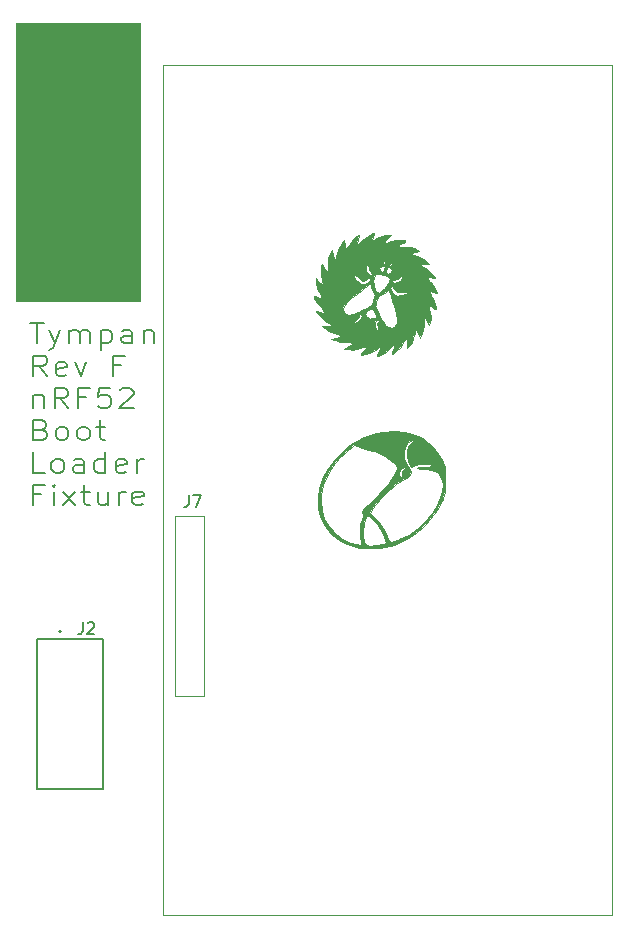
<source format=gbr>
G04 #@! TF.GenerationSoftware,KiCad,Pcbnew,7.0.10*
G04 #@! TF.CreationDate,2024-02-16T13:27:10-05:00*
G04 #@! TF.ProjectId,Tympan nRF52 Programmer,54796d70-616e-4206-9e52-463532205072,rev?*
G04 #@! TF.SameCoordinates,Original*
G04 #@! TF.FileFunction,Legend,Top*
G04 #@! TF.FilePolarity,Positive*
%FSLAX46Y46*%
G04 Gerber Fmt 4.6, Leading zero omitted, Abs format (unit mm)*
G04 Created by KiCad (PCBNEW 7.0.10) date 2024-02-16 13:27:10*
%MOMM*%
%LPD*%
G01*
G04 APERTURE LIST*
%ADD10C,0.120000*%
%ADD11C,0.200000*%
%ADD12C,0.150000*%
%ADD13C,0.010000*%
G04 APERTURE END LIST*
D10*
X121900000Y-57700000D02*
X132400000Y-57700000D01*
X132400000Y-81200000D01*
X121900000Y-81200000D01*
X121900000Y-57700000D01*
G36*
X121900000Y-57700000D02*
G01*
X132400000Y-57700000D01*
X132400000Y-81200000D01*
X121900000Y-81200000D01*
X121900000Y-57700000D01*
G37*
D11*
X123122054Y-83096553D02*
X124264911Y-83096553D01*
X123693482Y-84796553D02*
X123693482Y-83096553D01*
X124741102Y-83663220D02*
X125217292Y-84796553D01*
X125693483Y-83663220D02*
X125217292Y-84796553D01*
X125217292Y-84796553D02*
X125026816Y-85201315D01*
X125026816Y-85201315D02*
X124931578Y-85282267D01*
X124931578Y-85282267D02*
X124741102Y-85363220D01*
X126455388Y-84796553D02*
X126455388Y-83663220D01*
X126455388Y-83825124D02*
X126550626Y-83744172D01*
X126550626Y-83744172D02*
X126741102Y-83663220D01*
X126741102Y-83663220D02*
X127026817Y-83663220D01*
X127026817Y-83663220D02*
X127217293Y-83744172D01*
X127217293Y-83744172D02*
X127312531Y-83906077D01*
X127312531Y-83906077D02*
X127312531Y-84796553D01*
X127312531Y-83906077D02*
X127407769Y-83744172D01*
X127407769Y-83744172D02*
X127598245Y-83663220D01*
X127598245Y-83663220D02*
X127883959Y-83663220D01*
X127883959Y-83663220D02*
X128074436Y-83744172D01*
X128074436Y-83744172D02*
X128169674Y-83906077D01*
X128169674Y-83906077D02*
X128169674Y-84796553D01*
X129122055Y-83663220D02*
X129122055Y-85363220D01*
X129122055Y-83744172D02*
X129312531Y-83663220D01*
X129312531Y-83663220D02*
X129693484Y-83663220D01*
X129693484Y-83663220D02*
X129883960Y-83744172D01*
X129883960Y-83744172D02*
X129979198Y-83825124D01*
X129979198Y-83825124D02*
X130074436Y-83987029D01*
X130074436Y-83987029D02*
X130074436Y-84472743D01*
X130074436Y-84472743D02*
X129979198Y-84634648D01*
X129979198Y-84634648D02*
X129883960Y-84715601D01*
X129883960Y-84715601D02*
X129693484Y-84796553D01*
X129693484Y-84796553D02*
X129312531Y-84796553D01*
X129312531Y-84796553D02*
X129122055Y-84715601D01*
X131788722Y-84796553D02*
X131788722Y-83906077D01*
X131788722Y-83906077D02*
X131693484Y-83744172D01*
X131693484Y-83744172D02*
X131503008Y-83663220D01*
X131503008Y-83663220D02*
X131122055Y-83663220D01*
X131122055Y-83663220D02*
X130931579Y-83744172D01*
X131788722Y-84715601D02*
X131598246Y-84796553D01*
X131598246Y-84796553D02*
X131122055Y-84796553D01*
X131122055Y-84796553D02*
X130931579Y-84715601D01*
X130931579Y-84715601D02*
X130836341Y-84553696D01*
X130836341Y-84553696D02*
X130836341Y-84391791D01*
X130836341Y-84391791D02*
X130931579Y-84229886D01*
X130931579Y-84229886D02*
X131122055Y-84148934D01*
X131122055Y-84148934D02*
X131598246Y-84148934D01*
X131598246Y-84148934D02*
X131788722Y-84067981D01*
X132741103Y-83663220D02*
X132741103Y-84796553D01*
X132741103Y-83825124D02*
X132836341Y-83744172D01*
X132836341Y-83744172D02*
X133026817Y-83663220D01*
X133026817Y-83663220D02*
X133312532Y-83663220D01*
X133312532Y-83663220D02*
X133503008Y-83744172D01*
X133503008Y-83744172D02*
X133598246Y-83906077D01*
X133598246Y-83906077D02*
X133598246Y-84796553D01*
X124550625Y-87533553D02*
X123883958Y-86724029D01*
X123407768Y-87533553D02*
X123407768Y-85833553D01*
X123407768Y-85833553D02*
X124169673Y-85833553D01*
X124169673Y-85833553D02*
X124360149Y-85914505D01*
X124360149Y-85914505D02*
X124455387Y-85995458D01*
X124455387Y-85995458D02*
X124550625Y-86157362D01*
X124550625Y-86157362D02*
X124550625Y-86400220D01*
X124550625Y-86400220D02*
X124455387Y-86562124D01*
X124455387Y-86562124D02*
X124360149Y-86643077D01*
X124360149Y-86643077D02*
X124169673Y-86724029D01*
X124169673Y-86724029D02*
X123407768Y-86724029D01*
X126169673Y-87452601D02*
X125979197Y-87533553D01*
X125979197Y-87533553D02*
X125598244Y-87533553D01*
X125598244Y-87533553D02*
X125407768Y-87452601D01*
X125407768Y-87452601D02*
X125312530Y-87290696D01*
X125312530Y-87290696D02*
X125312530Y-86643077D01*
X125312530Y-86643077D02*
X125407768Y-86481172D01*
X125407768Y-86481172D02*
X125598244Y-86400220D01*
X125598244Y-86400220D02*
X125979197Y-86400220D01*
X125979197Y-86400220D02*
X126169673Y-86481172D01*
X126169673Y-86481172D02*
X126264911Y-86643077D01*
X126264911Y-86643077D02*
X126264911Y-86804981D01*
X126264911Y-86804981D02*
X125312530Y-86966886D01*
X126931578Y-86400220D02*
X127407768Y-87533553D01*
X127407768Y-87533553D02*
X127883959Y-86400220D01*
X130836341Y-86643077D02*
X130169674Y-86643077D01*
X130169674Y-87533553D02*
X130169674Y-85833553D01*
X130169674Y-85833553D02*
X131122055Y-85833553D01*
X123407768Y-89137220D02*
X123407768Y-90270553D01*
X123407768Y-89299124D02*
X123503006Y-89218172D01*
X123503006Y-89218172D02*
X123693482Y-89137220D01*
X123693482Y-89137220D02*
X123979197Y-89137220D01*
X123979197Y-89137220D02*
X124169673Y-89218172D01*
X124169673Y-89218172D02*
X124264911Y-89380077D01*
X124264911Y-89380077D02*
X124264911Y-90270553D01*
X126360149Y-90270553D02*
X125693482Y-89461029D01*
X125217292Y-90270553D02*
X125217292Y-88570553D01*
X125217292Y-88570553D02*
X125979197Y-88570553D01*
X125979197Y-88570553D02*
X126169673Y-88651505D01*
X126169673Y-88651505D02*
X126264911Y-88732458D01*
X126264911Y-88732458D02*
X126360149Y-88894362D01*
X126360149Y-88894362D02*
X126360149Y-89137220D01*
X126360149Y-89137220D02*
X126264911Y-89299124D01*
X126264911Y-89299124D02*
X126169673Y-89380077D01*
X126169673Y-89380077D02*
X125979197Y-89461029D01*
X125979197Y-89461029D02*
X125217292Y-89461029D01*
X127883959Y-89380077D02*
X127217292Y-89380077D01*
X127217292Y-90270553D02*
X127217292Y-88570553D01*
X127217292Y-88570553D02*
X128169673Y-88570553D01*
X129883959Y-88570553D02*
X128931578Y-88570553D01*
X128931578Y-88570553D02*
X128836340Y-89380077D01*
X128836340Y-89380077D02*
X128931578Y-89299124D01*
X128931578Y-89299124D02*
X129122054Y-89218172D01*
X129122054Y-89218172D02*
X129598245Y-89218172D01*
X129598245Y-89218172D02*
X129788721Y-89299124D01*
X129788721Y-89299124D02*
X129883959Y-89380077D01*
X129883959Y-89380077D02*
X129979197Y-89541981D01*
X129979197Y-89541981D02*
X129979197Y-89946743D01*
X129979197Y-89946743D02*
X129883959Y-90108648D01*
X129883959Y-90108648D02*
X129788721Y-90189601D01*
X129788721Y-90189601D02*
X129598245Y-90270553D01*
X129598245Y-90270553D02*
X129122054Y-90270553D01*
X129122054Y-90270553D02*
X128931578Y-90189601D01*
X128931578Y-90189601D02*
X128836340Y-90108648D01*
X130741102Y-88732458D02*
X130836340Y-88651505D01*
X130836340Y-88651505D02*
X131026816Y-88570553D01*
X131026816Y-88570553D02*
X131503007Y-88570553D01*
X131503007Y-88570553D02*
X131693483Y-88651505D01*
X131693483Y-88651505D02*
X131788721Y-88732458D01*
X131788721Y-88732458D02*
X131883959Y-88894362D01*
X131883959Y-88894362D02*
X131883959Y-89056267D01*
X131883959Y-89056267D02*
X131788721Y-89299124D01*
X131788721Y-89299124D02*
X130645864Y-90270553D01*
X130645864Y-90270553D02*
X131883959Y-90270553D01*
X124074435Y-92117077D02*
X124360149Y-92198029D01*
X124360149Y-92198029D02*
X124455387Y-92278981D01*
X124455387Y-92278981D02*
X124550625Y-92440886D01*
X124550625Y-92440886D02*
X124550625Y-92683743D01*
X124550625Y-92683743D02*
X124455387Y-92845648D01*
X124455387Y-92845648D02*
X124360149Y-92926601D01*
X124360149Y-92926601D02*
X124169673Y-93007553D01*
X124169673Y-93007553D02*
X123407768Y-93007553D01*
X123407768Y-93007553D02*
X123407768Y-91307553D01*
X123407768Y-91307553D02*
X124074435Y-91307553D01*
X124074435Y-91307553D02*
X124264911Y-91388505D01*
X124264911Y-91388505D02*
X124360149Y-91469458D01*
X124360149Y-91469458D02*
X124455387Y-91631362D01*
X124455387Y-91631362D02*
X124455387Y-91793267D01*
X124455387Y-91793267D02*
X124360149Y-91955172D01*
X124360149Y-91955172D02*
X124264911Y-92036124D01*
X124264911Y-92036124D02*
X124074435Y-92117077D01*
X124074435Y-92117077D02*
X123407768Y-92117077D01*
X125693482Y-93007553D02*
X125503006Y-92926601D01*
X125503006Y-92926601D02*
X125407768Y-92845648D01*
X125407768Y-92845648D02*
X125312530Y-92683743D01*
X125312530Y-92683743D02*
X125312530Y-92198029D01*
X125312530Y-92198029D02*
X125407768Y-92036124D01*
X125407768Y-92036124D02*
X125503006Y-91955172D01*
X125503006Y-91955172D02*
X125693482Y-91874220D01*
X125693482Y-91874220D02*
X125979197Y-91874220D01*
X125979197Y-91874220D02*
X126169673Y-91955172D01*
X126169673Y-91955172D02*
X126264911Y-92036124D01*
X126264911Y-92036124D02*
X126360149Y-92198029D01*
X126360149Y-92198029D02*
X126360149Y-92683743D01*
X126360149Y-92683743D02*
X126264911Y-92845648D01*
X126264911Y-92845648D02*
X126169673Y-92926601D01*
X126169673Y-92926601D02*
X125979197Y-93007553D01*
X125979197Y-93007553D02*
X125693482Y-93007553D01*
X127503006Y-93007553D02*
X127312530Y-92926601D01*
X127312530Y-92926601D02*
X127217292Y-92845648D01*
X127217292Y-92845648D02*
X127122054Y-92683743D01*
X127122054Y-92683743D02*
X127122054Y-92198029D01*
X127122054Y-92198029D02*
X127217292Y-92036124D01*
X127217292Y-92036124D02*
X127312530Y-91955172D01*
X127312530Y-91955172D02*
X127503006Y-91874220D01*
X127503006Y-91874220D02*
X127788721Y-91874220D01*
X127788721Y-91874220D02*
X127979197Y-91955172D01*
X127979197Y-91955172D02*
X128074435Y-92036124D01*
X128074435Y-92036124D02*
X128169673Y-92198029D01*
X128169673Y-92198029D02*
X128169673Y-92683743D01*
X128169673Y-92683743D02*
X128074435Y-92845648D01*
X128074435Y-92845648D02*
X127979197Y-92926601D01*
X127979197Y-92926601D02*
X127788721Y-93007553D01*
X127788721Y-93007553D02*
X127503006Y-93007553D01*
X128741102Y-91874220D02*
X129503006Y-91874220D01*
X129026816Y-91307553D02*
X129026816Y-92764696D01*
X129026816Y-92764696D02*
X129122054Y-92926601D01*
X129122054Y-92926601D02*
X129312530Y-93007553D01*
X129312530Y-93007553D02*
X129503006Y-93007553D01*
X124360149Y-95744553D02*
X123407768Y-95744553D01*
X123407768Y-95744553D02*
X123407768Y-94044553D01*
X125312530Y-95744553D02*
X125122054Y-95663601D01*
X125122054Y-95663601D02*
X125026816Y-95582648D01*
X125026816Y-95582648D02*
X124931578Y-95420743D01*
X124931578Y-95420743D02*
X124931578Y-94935029D01*
X124931578Y-94935029D02*
X125026816Y-94773124D01*
X125026816Y-94773124D02*
X125122054Y-94692172D01*
X125122054Y-94692172D02*
X125312530Y-94611220D01*
X125312530Y-94611220D02*
X125598245Y-94611220D01*
X125598245Y-94611220D02*
X125788721Y-94692172D01*
X125788721Y-94692172D02*
X125883959Y-94773124D01*
X125883959Y-94773124D02*
X125979197Y-94935029D01*
X125979197Y-94935029D02*
X125979197Y-95420743D01*
X125979197Y-95420743D02*
X125883959Y-95582648D01*
X125883959Y-95582648D02*
X125788721Y-95663601D01*
X125788721Y-95663601D02*
X125598245Y-95744553D01*
X125598245Y-95744553D02*
X125312530Y-95744553D01*
X127693483Y-95744553D02*
X127693483Y-94854077D01*
X127693483Y-94854077D02*
X127598245Y-94692172D01*
X127598245Y-94692172D02*
X127407769Y-94611220D01*
X127407769Y-94611220D02*
X127026816Y-94611220D01*
X127026816Y-94611220D02*
X126836340Y-94692172D01*
X127693483Y-95663601D02*
X127503007Y-95744553D01*
X127503007Y-95744553D02*
X127026816Y-95744553D01*
X127026816Y-95744553D02*
X126836340Y-95663601D01*
X126836340Y-95663601D02*
X126741102Y-95501696D01*
X126741102Y-95501696D02*
X126741102Y-95339791D01*
X126741102Y-95339791D02*
X126836340Y-95177886D01*
X126836340Y-95177886D02*
X127026816Y-95096934D01*
X127026816Y-95096934D02*
X127503007Y-95096934D01*
X127503007Y-95096934D02*
X127693483Y-95015981D01*
X129503007Y-95744553D02*
X129503007Y-94044553D01*
X129503007Y-95663601D02*
X129312531Y-95744553D01*
X129312531Y-95744553D02*
X128931578Y-95744553D01*
X128931578Y-95744553D02*
X128741102Y-95663601D01*
X128741102Y-95663601D02*
X128645864Y-95582648D01*
X128645864Y-95582648D02*
X128550626Y-95420743D01*
X128550626Y-95420743D02*
X128550626Y-94935029D01*
X128550626Y-94935029D02*
X128645864Y-94773124D01*
X128645864Y-94773124D02*
X128741102Y-94692172D01*
X128741102Y-94692172D02*
X128931578Y-94611220D01*
X128931578Y-94611220D02*
X129312531Y-94611220D01*
X129312531Y-94611220D02*
X129503007Y-94692172D01*
X131217293Y-95663601D02*
X131026817Y-95744553D01*
X131026817Y-95744553D02*
X130645864Y-95744553D01*
X130645864Y-95744553D02*
X130455388Y-95663601D01*
X130455388Y-95663601D02*
X130360150Y-95501696D01*
X130360150Y-95501696D02*
X130360150Y-94854077D01*
X130360150Y-94854077D02*
X130455388Y-94692172D01*
X130455388Y-94692172D02*
X130645864Y-94611220D01*
X130645864Y-94611220D02*
X131026817Y-94611220D01*
X131026817Y-94611220D02*
X131217293Y-94692172D01*
X131217293Y-94692172D02*
X131312531Y-94854077D01*
X131312531Y-94854077D02*
X131312531Y-95015981D01*
X131312531Y-95015981D02*
X130360150Y-95177886D01*
X132169674Y-95744553D02*
X132169674Y-94611220D01*
X132169674Y-94935029D02*
X132264912Y-94773124D01*
X132264912Y-94773124D02*
X132360150Y-94692172D01*
X132360150Y-94692172D02*
X132550626Y-94611220D01*
X132550626Y-94611220D02*
X132741103Y-94611220D01*
X124074435Y-97591077D02*
X123407768Y-97591077D01*
X123407768Y-98481553D02*
X123407768Y-96781553D01*
X123407768Y-96781553D02*
X124360149Y-96781553D01*
X125122054Y-98481553D02*
X125122054Y-97348220D01*
X125122054Y-96781553D02*
X125026816Y-96862505D01*
X125026816Y-96862505D02*
X125122054Y-96943458D01*
X125122054Y-96943458D02*
X125217292Y-96862505D01*
X125217292Y-96862505D02*
X125122054Y-96781553D01*
X125122054Y-96781553D02*
X125122054Y-96943458D01*
X125883959Y-98481553D02*
X126931578Y-97348220D01*
X125883959Y-97348220D02*
X126931578Y-98481553D01*
X127407769Y-97348220D02*
X128169673Y-97348220D01*
X127693483Y-96781553D02*
X127693483Y-98238696D01*
X127693483Y-98238696D02*
X127788721Y-98400601D01*
X127788721Y-98400601D02*
X127979197Y-98481553D01*
X127979197Y-98481553D02*
X128169673Y-98481553D01*
X129693483Y-97348220D02*
X129693483Y-98481553D01*
X128836340Y-97348220D02*
X128836340Y-98238696D01*
X128836340Y-98238696D02*
X128931578Y-98400601D01*
X128931578Y-98400601D02*
X129122054Y-98481553D01*
X129122054Y-98481553D02*
X129407769Y-98481553D01*
X129407769Y-98481553D02*
X129598245Y-98400601D01*
X129598245Y-98400601D02*
X129693483Y-98319648D01*
X130645864Y-98481553D02*
X130645864Y-97348220D01*
X130645864Y-97672029D02*
X130741102Y-97510124D01*
X130741102Y-97510124D02*
X130836340Y-97429172D01*
X130836340Y-97429172D02*
X131026816Y-97348220D01*
X131026816Y-97348220D02*
X131217293Y-97348220D01*
X132645864Y-98400601D02*
X132455388Y-98481553D01*
X132455388Y-98481553D02*
X132074435Y-98481553D01*
X132074435Y-98481553D02*
X131883959Y-98400601D01*
X131883959Y-98400601D02*
X131788721Y-98238696D01*
X131788721Y-98238696D02*
X131788721Y-97591077D01*
X131788721Y-97591077D02*
X131883959Y-97429172D01*
X131883959Y-97429172D02*
X132074435Y-97348220D01*
X132074435Y-97348220D02*
X132455388Y-97348220D01*
X132455388Y-97348220D02*
X132645864Y-97429172D01*
X132645864Y-97429172D02*
X132741102Y-97591077D01*
X132741102Y-97591077D02*
X132741102Y-97752981D01*
X132741102Y-97752981D02*
X131788721Y-97914886D01*
D10*
X134400000Y-61200000D02*
X134400000Y-133200000D01*
X172400000Y-61200000D02*
X134400000Y-61200000D01*
X172400000Y-133200000D02*
X172400000Y-61200000D01*
X134400000Y-133200000D02*
X172400000Y-133200000D01*
D12*
X136566666Y-97654819D02*
X136566666Y-98369104D01*
X136566666Y-98369104D02*
X136519047Y-98511961D01*
X136519047Y-98511961D02*
X136423809Y-98607200D01*
X136423809Y-98607200D02*
X136280952Y-98654819D01*
X136280952Y-98654819D02*
X136185714Y-98654819D01*
X136947619Y-97654819D02*
X137614285Y-97654819D01*
X137614285Y-97654819D02*
X137185714Y-98654819D01*
X127566666Y-108424819D02*
X127566666Y-109139104D01*
X127566666Y-109139104D02*
X127519047Y-109281961D01*
X127519047Y-109281961D02*
X127423809Y-109377200D01*
X127423809Y-109377200D02*
X127280952Y-109424819D01*
X127280952Y-109424819D02*
X127185714Y-109424819D01*
X127995238Y-108520057D02*
X128042857Y-108472438D01*
X128042857Y-108472438D02*
X128138095Y-108424819D01*
X128138095Y-108424819D02*
X128376190Y-108424819D01*
X128376190Y-108424819D02*
X128471428Y-108472438D01*
X128471428Y-108472438D02*
X128519047Y-108520057D01*
X128519047Y-108520057D02*
X128566666Y-108615295D01*
X128566666Y-108615295D02*
X128566666Y-108710533D01*
X128566666Y-108710533D02*
X128519047Y-108853390D01*
X128519047Y-108853390D02*
X127947619Y-109424819D01*
X127947619Y-109424819D02*
X128566666Y-109424819D01*
D13*
X154826558Y-92341944D02*
X155697512Y-92564304D01*
X156202000Y-92772505D01*
X156681583Y-93072338D01*
X157158578Y-93491495D01*
X157589460Y-93984988D01*
X157930704Y-94507831D01*
X157987158Y-94617667D01*
X158105456Y-94866137D01*
X158186009Y-95067691D01*
X158235965Y-95264588D01*
X158262473Y-95499086D01*
X158272681Y-95813445D01*
X158273737Y-96249923D01*
X158273591Y-96311000D01*
X158269025Y-96784874D01*
X158254063Y-97133818D01*
X158222694Y-97402177D01*
X158168905Y-97634298D01*
X158086685Y-97874527D01*
X158048216Y-97973433D01*
X157603204Y-98873055D01*
X157009905Y-99696653D01*
X156492182Y-100242836D01*
X155873525Y-100787549D01*
X155272542Y-101216367D01*
X154633243Y-101562669D01*
X153899638Y-101859835D01*
X153619667Y-101955318D01*
X153177125Y-102060231D01*
X152627581Y-102130809D01*
X152030337Y-102164598D01*
X151444695Y-102159142D01*
X150929959Y-102111985D01*
X150730377Y-102074942D01*
X149952461Y-101817179D01*
X149238331Y-101423282D01*
X148615487Y-100912727D01*
X148111430Y-100304991D01*
X148013655Y-100150956D01*
X147697043Y-99463260D01*
X147526091Y-98715466D01*
X147505274Y-98133754D01*
X147735333Y-98133754D01*
X147814455Y-98926794D01*
X148045502Y-99655654D01*
X148418991Y-100307363D01*
X148925443Y-100868948D01*
X149555376Y-101327440D01*
X150299311Y-101669867D01*
X150326859Y-101679440D01*
X150751679Y-101808576D01*
X151030524Y-101853388D01*
X151164246Y-101813904D01*
X151162151Y-101708500D01*
X151127619Y-101556425D01*
X151092824Y-101287724D01*
X151064286Y-100954965D01*
X151059764Y-100883000D01*
X151056108Y-100756000D01*
X151333898Y-100756000D01*
X151341101Y-101241207D01*
X151378922Y-101579021D01*
X151472167Y-101791282D01*
X151645641Y-101899828D01*
X151924149Y-101926500D01*
X152332496Y-101893138D01*
X152589239Y-101861269D01*
X152884759Y-101817970D01*
X153107887Y-101775535D01*
X153211175Y-101743016D01*
X153211698Y-101742524D01*
X153218048Y-101631483D01*
X153161750Y-101412048D01*
X153058681Y-101125850D01*
X152924715Y-100814521D01*
X152775730Y-100519692D01*
X152690186Y-100375000D01*
X152477243Y-100080994D01*
X152232330Y-99804121D01*
X151989821Y-99577503D01*
X151784092Y-99434260D01*
X151679659Y-99401333D01*
X151545905Y-99482395D01*
X151441350Y-99714906D01*
X151370081Y-100082856D01*
X151336185Y-100570231D01*
X151333898Y-100756000D01*
X151056108Y-100756000D01*
X151048006Y-100474638D01*
X151074466Y-100163317D01*
X151147215Y-99879447D01*
X151189880Y-99761142D01*
X151269934Y-99511479D01*
X151299555Y-99330204D01*
X151283208Y-99269312D01*
X151244505Y-99204969D01*
X151885629Y-99204969D01*
X152214112Y-99468945D01*
X152532194Y-99785324D01*
X152852752Y-100206799D01*
X153136684Y-100674316D01*
X153344886Y-101128821D01*
X153378694Y-101227669D01*
X153471832Y-101476822D01*
X153562051Y-101643325D01*
X153613962Y-101686299D01*
X153729359Y-101653762D01*
X153956061Y-101568213D01*
X154250980Y-101446191D01*
X154341723Y-101406952D01*
X155162486Y-100990895D01*
X155878818Y-100495058D01*
X156540995Y-99882444D01*
X156801682Y-99596737D01*
X157231032Y-99041316D01*
X157577576Y-98461442D01*
X157834433Y-97880689D01*
X157994722Y-97322635D01*
X158051561Y-96810854D01*
X157998070Y-96368922D01*
X157840511Y-96037553D01*
X157616567Y-95777014D01*
X157380172Y-95606100D01*
X157085113Y-95504140D01*
X156685176Y-95450461D01*
X156501799Y-95438720D01*
X156116628Y-95406449D01*
X155898966Y-95364186D01*
X155848746Y-95319911D01*
X155965903Y-95281608D01*
X156250371Y-95257258D01*
X156503330Y-95252667D01*
X156843687Y-95239855D01*
X157058841Y-95205144D01*
X157136557Y-95154118D01*
X157064604Y-95092361D01*
X156942833Y-95052031D01*
X156498232Y-95001717D01*
X156021914Y-95059540D01*
X155776867Y-95136265D01*
X155563753Y-95213031D01*
X155429035Y-95245494D01*
X155408857Y-95242098D01*
X155145426Y-94780949D01*
X155030287Y-94304903D01*
X155063401Y-93841163D01*
X155244729Y-93416929D01*
X155411839Y-93205873D01*
X155552505Y-93052327D01*
X155580887Y-92984292D01*
X155503988Y-92967096D01*
X155460149Y-92966667D01*
X155245574Y-93045365D01*
X155048386Y-93257705D01*
X154890444Y-93568056D01*
X154793603Y-93940783D01*
X154778266Y-94078306D01*
X154766802Y-94361382D01*
X154794167Y-94574479D01*
X154879039Y-94785853D01*
X155040098Y-95063762D01*
X155054194Y-95086638D01*
X155259207Y-95454760D01*
X155344128Y-95728926D01*
X155302126Y-95941057D01*
X155126370Y-96123078D01*
X154810030Y-96306910D01*
X154791054Y-96316397D01*
X154092237Y-96732961D01*
X153415511Y-97264079D01*
X152803598Y-97870181D01*
X152299220Y-98511700D01*
X152130838Y-98780250D01*
X151885629Y-99204969D01*
X151244505Y-99204969D01*
X151204436Y-99138358D01*
X151275658Y-98940624D01*
X151493834Y-98681821D01*
X151691837Y-98501451D01*
X152186813Y-98054288D01*
X152661994Y-97575970D01*
X153100559Y-97087952D01*
X153485685Y-96611689D01*
X153800552Y-96168635D01*
X153934339Y-95940518D01*
X154339768Y-95940518D01*
X154395778Y-96042889D01*
X154511619Y-96097820D01*
X154579873Y-95998112D01*
X154593333Y-95855700D01*
X154635092Y-95640834D01*
X154720333Y-95506667D01*
X154832414Y-95370373D01*
X154822622Y-95274037D01*
X154748167Y-95252667D01*
X154572806Y-95325367D01*
X154428621Y-95503856D01*
X154342109Y-95728713D01*
X154339768Y-95940518D01*
X153934339Y-95940518D01*
X154028337Y-95780246D01*
X154152221Y-95467976D01*
X154170000Y-95340706D01*
X154097716Y-95144132D01*
X153900832Y-94905394D01*
X153609296Y-94651527D01*
X153253058Y-94409562D01*
X152966968Y-94254823D01*
X152642171Y-94115023D01*
X152218269Y-93955953D01*
X151760005Y-93801093D01*
X151477806Y-93714807D01*
X150548523Y-93444817D01*
X149982825Y-93894956D01*
X149298807Y-94527811D01*
X148722277Y-95242927D01*
X148266083Y-96016073D01*
X147943073Y-96823020D01*
X147766094Y-97639535D01*
X147735333Y-98133754D01*
X147505274Y-98133754D01*
X147497939Y-97928820D01*
X147609729Y-97124563D01*
X147858602Y-96323938D01*
X148241698Y-95548189D01*
X148726431Y-94854757D01*
X149102825Y-94427983D01*
X149545809Y-93979705D01*
X149990676Y-93573729D01*
X150200853Y-93400847D01*
X150446782Y-93240250D01*
X150800644Y-93048580D01*
X151210524Y-92850648D01*
X151624510Y-92671264D01*
X151990687Y-92535240D01*
X152053333Y-92515507D01*
X152971786Y-92315521D01*
X153907088Y-92258341D01*
X154826558Y-92341944D01*
G36*
X154826558Y-92341944D02*
G01*
X155697512Y-92564304D01*
X156202000Y-92772505D01*
X156681583Y-93072338D01*
X157158578Y-93491495D01*
X157589460Y-93984988D01*
X157930704Y-94507831D01*
X157987158Y-94617667D01*
X158105456Y-94866137D01*
X158186009Y-95067691D01*
X158235965Y-95264588D01*
X158262473Y-95499086D01*
X158272681Y-95813445D01*
X158273737Y-96249923D01*
X158273591Y-96311000D01*
X158269025Y-96784874D01*
X158254063Y-97133818D01*
X158222694Y-97402177D01*
X158168905Y-97634298D01*
X158086685Y-97874527D01*
X158048216Y-97973433D01*
X157603204Y-98873055D01*
X157009905Y-99696653D01*
X156492182Y-100242836D01*
X155873525Y-100787549D01*
X155272542Y-101216367D01*
X154633243Y-101562669D01*
X153899638Y-101859835D01*
X153619667Y-101955318D01*
X153177125Y-102060231D01*
X152627581Y-102130809D01*
X152030337Y-102164598D01*
X151444695Y-102159142D01*
X150929959Y-102111985D01*
X150730377Y-102074942D01*
X149952461Y-101817179D01*
X149238331Y-101423282D01*
X148615487Y-100912727D01*
X148111430Y-100304991D01*
X148013655Y-100150956D01*
X147697043Y-99463260D01*
X147526091Y-98715466D01*
X147505274Y-98133754D01*
X147735333Y-98133754D01*
X147814455Y-98926794D01*
X148045502Y-99655654D01*
X148418991Y-100307363D01*
X148925443Y-100868948D01*
X149555376Y-101327440D01*
X150299311Y-101669867D01*
X150326859Y-101679440D01*
X150751679Y-101808576D01*
X151030524Y-101853388D01*
X151164246Y-101813904D01*
X151162151Y-101708500D01*
X151127619Y-101556425D01*
X151092824Y-101287724D01*
X151064286Y-100954965D01*
X151059764Y-100883000D01*
X151056108Y-100756000D01*
X151333898Y-100756000D01*
X151341101Y-101241207D01*
X151378922Y-101579021D01*
X151472167Y-101791282D01*
X151645641Y-101899828D01*
X151924149Y-101926500D01*
X152332496Y-101893138D01*
X152589239Y-101861269D01*
X152884759Y-101817970D01*
X153107887Y-101775535D01*
X153211175Y-101743016D01*
X153211698Y-101742524D01*
X153218048Y-101631483D01*
X153161750Y-101412048D01*
X153058681Y-101125850D01*
X152924715Y-100814521D01*
X152775730Y-100519692D01*
X152690186Y-100375000D01*
X152477243Y-100080994D01*
X152232330Y-99804121D01*
X151989821Y-99577503D01*
X151784092Y-99434260D01*
X151679659Y-99401333D01*
X151545905Y-99482395D01*
X151441350Y-99714906D01*
X151370081Y-100082856D01*
X151336185Y-100570231D01*
X151333898Y-100756000D01*
X151056108Y-100756000D01*
X151048006Y-100474638D01*
X151074466Y-100163317D01*
X151147215Y-99879447D01*
X151189880Y-99761142D01*
X151269934Y-99511479D01*
X151299555Y-99330204D01*
X151283208Y-99269312D01*
X151244505Y-99204969D01*
X151885629Y-99204969D01*
X152214112Y-99468945D01*
X152532194Y-99785324D01*
X152852752Y-100206799D01*
X153136684Y-100674316D01*
X153344886Y-101128821D01*
X153378694Y-101227669D01*
X153471832Y-101476822D01*
X153562051Y-101643325D01*
X153613962Y-101686299D01*
X153729359Y-101653762D01*
X153956061Y-101568213D01*
X154250980Y-101446191D01*
X154341723Y-101406952D01*
X155162486Y-100990895D01*
X155878818Y-100495058D01*
X156540995Y-99882444D01*
X156801682Y-99596737D01*
X157231032Y-99041316D01*
X157577576Y-98461442D01*
X157834433Y-97880689D01*
X157994722Y-97322635D01*
X158051561Y-96810854D01*
X157998070Y-96368922D01*
X157840511Y-96037553D01*
X157616567Y-95777014D01*
X157380172Y-95606100D01*
X157085113Y-95504140D01*
X156685176Y-95450461D01*
X156501799Y-95438720D01*
X156116628Y-95406449D01*
X155898966Y-95364186D01*
X155848746Y-95319911D01*
X155965903Y-95281608D01*
X156250371Y-95257258D01*
X156503330Y-95252667D01*
X156843687Y-95239855D01*
X157058841Y-95205144D01*
X157136557Y-95154118D01*
X157064604Y-95092361D01*
X156942833Y-95052031D01*
X156498232Y-95001717D01*
X156021914Y-95059540D01*
X155776867Y-95136265D01*
X155563753Y-95213031D01*
X155429035Y-95245494D01*
X155408857Y-95242098D01*
X155145426Y-94780949D01*
X155030287Y-94304903D01*
X155063401Y-93841163D01*
X155244729Y-93416929D01*
X155411839Y-93205873D01*
X155552505Y-93052327D01*
X155580887Y-92984292D01*
X155503988Y-92967096D01*
X155460149Y-92966667D01*
X155245574Y-93045365D01*
X155048386Y-93257705D01*
X154890444Y-93568056D01*
X154793603Y-93940783D01*
X154778266Y-94078306D01*
X154766802Y-94361382D01*
X154794167Y-94574479D01*
X154879039Y-94785853D01*
X155040098Y-95063762D01*
X155054194Y-95086638D01*
X155259207Y-95454760D01*
X155344128Y-95728926D01*
X155302126Y-95941057D01*
X155126370Y-96123078D01*
X154810030Y-96306910D01*
X154791054Y-96316397D01*
X154092237Y-96732961D01*
X153415511Y-97264079D01*
X152803598Y-97870181D01*
X152299220Y-98511700D01*
X152130838Y-98780250D01*
X151885629Y-99204969D01*
X151244505Y-99204969D01*
X151204436Y-99138358D01*
X151275658Y-98940624D01*
X151493834Y-98681821D01*
X151691837Y-98501451D01*
X152186813Y-98054288D01*
X152661994Y-97575970D01*
X153100559Y-97087952D01*
X153485685Y-96611689D01*
X153800552Y-96168635D01*
X153934339Y-95940518D01*
X154339768Y-95940518D01*
X154395778Y-96042889D01*
X154511619Y-96097820D01*
X154579873Y-95998112D01*
X154593333Y-95855700D01*
X154635092Y-95640834D01*
X154720333Y-95506667D01*
X154832414Y-95370373D01*
X154822622Y-95274037D01*
X154748167Y-95252667D01*
X154572806Y-95325367D01*
X154428621Y-95503856D01*
X154342109Y-95728713D01*
X154339768Y-95940518D01*
X153934339Y-95940518D01*
X154028337Y-95780246D01*
X154152221Y-95467976D01*
X154170000Y-95340706D01*
X154097716Y-95144132D01*
X153900832Y-94905394D01*
X153609296Y-94651527D01*
X153253058Y-94409562D01*
X152966968Y-94254823D01*
X152642171Y-94115023D01*
X152218269Y-93955953D01*
X151760005Y-93801093D01*
X151477806Y-93714807D01*
X150548523Y-93444817D01*
X149982825Y-93894956D01*
X149298807Y-94527811D01*
X148722277Y-95242927D01*
X148266083Y-96016073D01*
X147943073Y-96823020D01*
X147766094Y-97639535D01*
X147735333Y-98133754D01*
X147505274Y-98133754D01*
X147497939Y-97928820D01*
X147609729Y-97124563D01*
X147858602Y-96323938D01*
X148241698Y-95548189D01*
X148726431Y-94854757D01*
X149102825Y-94427983D01*
X149545809Y-93979705D01*
X149990676Y-93573729D01*
X150200853Y-93400847D01*
X150446782Y-93240250D01*
X150800644Y-93048580D01*
X151210524Y-92850648D01*
X151624510Y-92671264D01*
X151990687Y-92535240D01*
X152053333Y-92515507D01*
X152971786Y-92315521D01*
X153907088Y-92258341D01*
X154826558Y-92341944D01*
G37*
X152271925Y-75463703D02*
X152264018Y-75560190D01*
X152184450Y-75742897D01*
X152138944Y-75824611D01*
X152035149Y-76023370D01*
X151991709Y-76154387D01*
X151995841Y-76175397D01*
X152082572Y-76155337D01*
X152271954Y-76064372D01*
X152523470Y-75922022D01*
X152530523Y-75917782D01*
X152927844Y-75713515D01*
X153258826Y-75625838D01*
X153364702Y-75620000D01*
X153704366Y-75620000D01*
X153373667Y-75958667D01*
X153191757Y-76163092D01*
X153145403Y-76269691D01*
X153237852Y-76282232D01*
X153472351Y-76204484D01*
X153556059Y-76170333D01*
X153783900Y-76106219D01*
X154077792Y-76063776D01*
X154386660Y-76045001D01*
X154659431Y-76051888D01*
X154845030Y-76086431D01*
X154891594Y-76118174D01*
X154855556Y-76197198D01*
X154705650Y-76288950D01*
X154687731Y-76296616D01*
X154478579Y-76406822D01*
X154339773Y-76518109D01*
X154313973Y-76579051D01*
X154379135Y-76615537D01*
X154561839Y-76633698D01*
X154866133Y-76639549D01*
X155316290Y-76664721D01*
X155645920Y-76739383D01*
X155786667Y-76801650D01*
X156083000Y-76960202D01*
X155675335Y-77063537D01*
X155447230Y-77130374D01*
X155354947Y-77190284D01*
X155405952Y-77255578D01*
X155607710Y-77338566D01*
X155897918Y-77430583D01*
X156220159Y-77556311D01*
X156518377Y-77719143D01*
X156659918Y-77824886D01*
X156929667Y-78070370D01*
X156522503Y-78072852D01*
X156268012Y-78091446D01*
X156177526Y-78145029D01*
X156250909Y-78236458D01*
X156488025Y-78368590D01*
X156507940Y-78378104D01*
X156689028Y-78491958D01*
X156900194Y-78663869D01*
X157106573Y-78859198D01*
X157273297Y-79043308D01*
X157365500Y-79181563D01*
X157367521Y-79232035D01*
X157267365Y-79238370D01*
X157071853Y-79202003D01*
X157022272Y-79188997D01*
X156799483Y-79152350D01*
X156720364Y-79204689D01*
X156784914Y-79345381D01*
X156993128Y-79573793D01*
X157024429Y-79603891D01*
X157258910Y-79872388D01*
X157445652Y-80169035D01*
X157551871Y-80437337D01*
X157564667Y-80534853D01*
X157502503Y-80554451D01*
X157345187Y-80490340D01*
X157268333Y-80446000D01*
X157071434Y-80346495D01*
X156978538Y-80360643D01*
X156988395Y-80495186D01*
X157099758Y-80756865D01*
X157181394Y-80915523D01*
X157316182Y-81209169D01*
X157417638Y-81504976D01*
X157473088Y-81755957D01*
X157469860Y-81915124D01*
X157456810Y-81936746D01*
X157375944Y-81911724D01*
X157229736Y-81795224D01*
X157187515Y-81754485D01*
X157031590Y-81620696D01*
X156927058Y-81571087D01*
X156914530Y-81575915D01*
X156905767Y-81676851D01*
X156928749Y-81895024D01*
X156976183Y-82170796D01*
X157037853Y-82627163D01*
X157014523Y-82960943D01*
X157005119Y-82997147D01*
X156925196Y-83275824D01*
X156733491Y-82950908D01*
X156610686Y-82765380D01*
X156520902Y-82670404D01*
X156499615Y-82668163D01*
X156474234Y-82768438D01*
X156449717Y-82988331D01*
X156432957Y-83250334D01*
X156390308Y-83627021D01*
X156307672Y-83957888D01*
X156254308Y-84085648D01*
X156100147Y-84380962D01*
X155978816Y-83964854D01*
X155890863Y-83725166D01*
X155812818Y-83650828D01*
X155741768Y-83743060D01*
X155674800Y-84003083D01*
X155657498Y-84099502D01*
X155579300Y-84350748D01*
X155437079Y-84651293D01*
X155336067Y-84820901D01*
X155067455Y-85229667D01*
X155024894Y-84771086D01*
X154998388Y-84536751D01*
X154961749Y-84422330D01*
X154897976Y-84434520D01*
X154790065Y-84580015D01*
X154621017Y-84865513D01*
X154573252Y-84948967D01*
X154414038Y-85181769D01*
X154220538Y-85401913D01*
X154027579Y-85577173D01*
X153869982Y-85675327D01*
X153789756Y-85673979D01*
X153787779Y-85575331D01*
X153836964Y-85405231D01*
X153902937Y-85166637D01*
X153923771Y-84991322D01*
X153909699Y-84902608D01*
X153851694Y-84911426D01*
X153725580Y-85030757D01*
X153606271Y-85161801D01*
X153315150Y-85445838D01*
X153008252Y-85676228D01*
X152728454Y-85824341D01*
X152554127Y-85864350D01*
X152481329Y-85845256D01*
X152483538Y-85764754D01*
X152567091Y-85588739D01*
X152624865Y-85483667D01*
X152736146Y-85270130D01*
X152792711Y-85131878D01*
X152791179Y-85102667D01*
X152699759Y-85144471D01*
X152512731Y-85252338D01*
X152342363Y-85357725D01*
X151898050Y-85594391D01*
X151469507Y-85740731D01*
X151176317Y-85779528D01*
X151100803Y-85760490D01*
X151122530Y-85686481D01*
X151253332Y-85533188D01*
X151340149Y-85442888D01*
X151513567Y-85253228D01*
X151617658Y-85115482D01*
X151632498Y-85069342D01*
X151539614Y-85075050D01*
X151332640Y-85125509D01*
X151071157Y-85205099D01*
X150681318Y-85310047D01*
X150355853Y-85336626D01*
X150140636Y-85316405D01*
X149734626Y-85255520D01*
X150093646Y-85043496D01*
X150301260Y-84909827D01*
X150430908Y-84805070D01*
X150452667Y-84771818D01*
X150375293Y-84742027D01*
X150172247Y-84720862D01*
X149887137Y-84712822D01*
X149881167Y-84712826D01*
X149357400Y-84672032D01*
X148971000Y-84559893D01*
X148632333Y-84406296D01*
X149013333Y-84309982D01*
X149238699Y-84237252D01*
X149375406Y-84162744D01*
X149394333Y-84132860D01*
X149319129Y-84071084D01*
X149124379Y-83994220D01*
X148917444Y-83935661D01*
X148566658Y-83815158D01*
X148252888Y-83648089D01*
X148155444Y-83575409D01*
X147870333Y-83331549D01*
X148230167Y-83328108D01*
X148484206Y-83304150D01*
X148574049Y-83239325D01*
X148499596Y-83134567D01*
X148400310Y-83074572D01*
X152282147Y-83074572D01*
X152317339Y-83369490D01*
X152415960Y-83602205D01*
X152508712Y-83715757D01*
X152574872Y-83689078D01*
X152593742Y-83551165D01*
X152564825Y-83393616D01*
X152533312Y-83131875D01*
X152578352Y-83017466D01*
X152640286Y-82872704D01*
X152581717Y-82795319D01*
X152448899Y-82823260D01*
X152392964Y-82865368D01*
X152282147Y-83074572D01*
X148400310Y-83074572D01*
X148269846Y-82995738D01*
X150537333Y-82995738D01*
X150594146Y-83065736D01*
X150743834Y-83029252D01*
X150955267Y-82895117D01*
X150990218Y-82867256D01*
X151153755Y-82685979D01*
X151202767Y-82522680D01*
X151201884Y-82517484D01*
X151131965Y-82371339D01*
X151035180Y-82331394D01*
X150967294Y-82408859D01*
X150960667Y-82468993D01*
X150894378Y-82638922D01*
X150749000Y-82782119D01*
X150597989Y-82903620D01*
X150537333Y-82995738D01*
X148269846Y-82995738D01*
X148266724Y-82993852D01*
X148083654Y-82875205D01*
X147866809Y-82699355D01*
X147650334Y-82499516D01*
X147468377Y-82308902D01*
X147355081Y-82160728D01*
X147339345Y-82091766D01*
X147433434Y-82091399D01*
X147627385Y-82130660D01*
X147692533Y-82147800D01*
X147906459Y-82194255D01*
X148041327Y-82200126D01*
X148056179Y-82193377D01*
X148025904Y-82114406D01*
X147916901Y-81965796D01*
X149606000Y-81965796D01*
X149678884Y-82127106D01*
X149857328Y-82278873D01*
X150081015Y-82377507D01*
X150197547Y-82393334D01*
X150378215Y-82356260D01*
X150578874Y-82285974D01*
X151484215Y-82285974D01*
X151587677Y-82463285D01*
X151652758Y-82536043D01*
X151791786Y-82673598D01*
X151904846Y-82721120D01*
X152062703Y-82691644D01*
X152215906Y-82639792D01*
X152480414Y-82547584D01*
X152311486Y-82216459D01*
X152187067Y-81993855D01*
X152077651Y-81904798D01*
X151926086Y-81929644D01*
X151735675Y-82018535D01*
X151531557Y-82150146D01*
X151484215Y-82285974D01*
X150578874Y-82285974D01*
X150663636Y-82256284D01*
X151009193Y-82110269D01*
X151255332Y-81993498D01*
X151614533Y-81812237D01*
X151853174Y-81677527D01*
X151929383Y-81618810D01*
X152355851Y-81618810D01*
X152387412Y-81777021D01*
X152473841Y-81982662D01*
X152625826Y-82279966D01*
X152687371Y-82396612D01*
X152872219Y-82733114D01*
X153048530Y-83031076D01*
X153188816Y-83244939D01*
X153234537Y-83303500D01*
X153463122Y-83459236D01*
X153723988Y-83490732D01*
X153958256Y-83397821D01*
X154046199Y-83305828D01*
X154147673Y-83062706D01*
X154166373Y-82727037D01*
X154101879Y-82278081D01*
X154018325Y-81927667D01*
X153916611Y-81566955D01*
X153799818Y-81189307D01*
X153681273Y-80833762D01*
X153574300Y-80539358D01*
X153492226Y-80345132D01*
X153460233Y-80292678D01*
X153374296Y-80311150D01*
X153229193Y-80417989D01*
X153225166Y-80421651D01*
X153006438Y-80588564D01*
X152777642Y-80725394D01*
X152597009Y-80855832D01*
X152478910Y-81058725D01*
X152414570Y-81267743D01*
X152368466Y-81463795D01*
X152355851Y-81618810D01*
X151929383Y-81618810D01*
X152003065Y-81562040D01*
X152096015Y-81438453D01*
X152163834Y-81279441D01*
X152195760Y-81185641D01*
X152272260Y-80925883D01*
X152285784Y-80749183D01*
X152237100Y-80581724D01*
X152202837Y-80505976D01*
X152094574Y-80244383D01*
X152016350Y-80001500D01*
X151964427Y-79833799D01*
X151925461Y-79768667D01*
X151846345Y-79814146D01*
X151662542Y-79935792D01*
X151407205Y-80111417D01*
X151278473Y-80201671D01*
X150759191Y-80592647D01*
X150316576Y-80975438D01*
X149967073Y-81332698D01*
X149727124Y-81647085D01*
X149613171Y-81901253D01*
X149606000Y-81965796D01*
X147916901Y-81965796D01*
X147904942Y-81949492D01*
X147726923Y-81742705D01*
X147467081Y-81432886D01*
X147283527Y-81163994D01*
X147182029Y-80954020D01*
X147168351Y-80820957D01*
X147248262Y-80782795D01*
X147427526Y-80857527D01*
X147447000Y-80869334D01*
X147639531Y-80968323D01*
X147733069Y-80959247D01*
X147729221Y-80832772D01*
X147629590Y-80579566D01*
X147531667Y-80377161D01*
X147403953Y-80057546D01*
X147330807Y-79743645D01*
X147322682Y-79629371D01*
X147325364Y-79303000D01*
X147499077Y-79535834D01*
X147661785Y-79704663D01*
X147800488Y-79770312D01*
X147881563Y-79728961D01*
X147871828Y-79578167D01*
X147822683Y-79350905D01*
X147784271Y-79042728D01*
X147784131Y-79040779D01*
X150482608Y-79040779D01*
X150554707Y-79195591D01*
X150746591Y-79427478D01*
X150756463Y-79437643D01*
X150983162Y-79650064D01*
X151164847Y-79746593D01*
X151362053Y-79743748D01*
X151604828Y-79669159D01*
X151803530Y-79559453D01*
X151863206Y-79489365D01*
X152190694Y-79489365D01*
X152223535Y-79884896D01*
X152235390Y-79936874D01*
X152343864Y-80288838D01*
X152471091Y-80479452D01*
X152637119Y-80514391D01*
X152861992Y-80399333D01*
X153116093Y-80186255D01*
X153167016Y-80129556D01*
X153630734Y-80129556D01*
X153725775Y-80347826D01*
X153793781Y-80456323D01*
X153937288Y-80658666D01*
X154058876Y-80750136D01*
X154227919Y-80762474D01*
X154415049Y-80740569D01*
X154674735Y-80701992D01*
X154870513Y-80666073D01*
X154918833Y-80654004D01*
X155017396Y-80562139D01*
X155024667Y-80525153D01*
X154944124Y-80467262D01*
X154708097Y-80453252D01*
X154588575Y-80459068D01*
X154327264Y-80469046D01*
X154169435Y-80434205D01*
X154049937Y-80325115D01*
X153938775Y-80165544D01*
X153802393Y-79976274D01*
X153717930Y-79916466D01*
X153655651Y-79967236D01*
X153647765Y-79980738D01*
X153630734Y-80129556D01*
X153167016Y-80129556D01*
X153381826Y-79890383D01*
X153535096Y-79608157D01*
X153541516Y-79557000D01*
X153754667Y-79557000D01*
X153820017Y-79662096D01*
X153983231Y-79689469D01*
X154195055Y-79645241D01*
X154406233Y-79535533D01*
X154488573Y-79465791D01*
X154627451Y-79295597D01*
X154634521Y-79181649D01*
X154612191Y-79152992D01*
X154506946Y-79119001D01*
X154365040Y-79222632D01*
X154344502Y-79244201D01*
X154149397Y-79380963D01*
X153963035Y-79430000D01*
X153795269Y-79474750D01*
X153754667Y-79557000D01*
X153541516Y-79557000D01*
X153565354Y-79367056D01*
X153488283Y-79216693D01*
X153341278Y-79124131D01*
X153104252Y-79018945D01*
X152992667Y-78978497D01*
X152734435Y-78905439D01*
X152567140Y-78903039D01*
X152446382Y-78957250D01*
X152267279Y-79169462D01*
X152190694Y-79489365D01*
X151863206Y-79489365D01*
X151916865Y-79426346D01*
X151920413Y-79415159D01*
X151943240Y-79310729D01*
X151916097Y-79272761D01*
X151803943Y-79299748D01*
X151571735Y-79390180D01*
X151549242Y-79399182D01*
X151203058Y-79537698D01*
X150879935Y-79222176D01*
X150655730Y-79035733D01*
X150519785Y-78981380D01*
X150482608Y-79040779D01*
X147784131Y-79040779D01*
X147760430Y-78711918D01*
X147754998Y-78416757D01*
X147771813Y-78215527D01*
X147780172Y-78186121D01*
X147829354Y-78125533D01*
X147900903Y-78187721D01*
X148014603Y-78389997D01*
X148015742Y-78392238D01*
X148134226Y-78590713D01*
X148232939Y-78696586D01*
X148265488Y-78701585D01*
X148302806Y-78600300D01*
X148326604Y-78402098D01*
X151568445Y-78402098D01*
X151599647Y-78690378D01*
X151731370Y-78888931D01*
X151915989Y-79054254D01*
X152024076Y-79072235D01*
X152061236Y-78943613D01*
X152061333Y-78932367D01*
X152000030Y-78743724D01*
X151939359Y-78672171D01*
X151837017Y-78514467D01*
X151817702Y-78442743D01*
X152671448Y-78442743D01*
X152733949Y-78619823D01*
X152739561Y-78626745D01*
X152901593Y-78743032D01*
X152903296Y-78742497D01*
X153273692Y-78742497D01*
X153294304Y-78845915D01*
X153414473Y-78909622D01*
X153575111Y-78858253D01*
X153703258Y-78726541D01*
X153746778Y-78585764D01*
X153651264Y-78465532D01*
X153632651Y-78451375D01*
X153483008Y-78356618D01*
X153408996Y-78329334D01*
X153343772Y-78401072D01*
X153292935Y-78564626D01*
X153273692Y-78742497D01*
X152903296Y-78742497D01*
X153039021Y-78699873D01*
X153108636Y-78562167D01*
X153152503Y-78357355D01*
X153119740Y-78267043D01*
X152986893Y-78244966D01*
X152947676Y-78244667D01*
X152751225Y-78302021D01*
X152671448Y-78442743D01*
X151817702Y-78442743D01*
X151791192Y-78344304D01*
X151749532Y-78195796D01*
X153528101Y-78195796D01*
X153620611Y-78244667D01*
X153737243Y-78176497D01*
X153754667Y-78110611D01*
X153705438Y-78011865D01*
X153654125Y-78010070D01*
X153542317Y-78094342D01*
X153528101Y-78195796D01*
X151749532Y-78195796D01*
X151739703Y-78160760D01*
X151665234Y-78130939D01*
X151596633Y-78247354D01*
X151568445Y-78402098D01*
X148326604Y-78402098D01*
X148329203Y-78380457D01*
X148338220Y-78133837D01*
X148353569Y-77948334D01*
X152992667Y-77948334D01*
X153038384Y-78061005D01*
X153077333Y-78075334D01*
X153152448Y-78006757D01*
X153162000Y-77948334D01*
X153116282Y-77835662D01*
X153077333Y-77821334D01*
X153002219Y-77889910D01*
X152992667Y-77948334D01*
X148353569Y-77948334D01*
X148373707Y-77704977D01*
X148466188Y-77335438D01*
X148492296Y-77271491D01*
X148644151Y-76933314D01*
X148746219Y-77338662D01*
X148817713Y-77561557D01*
X148888679Y-77687317D01*
X148922303Y-77698266D01*
X148983007Y-77595620D01*
X149056659Y-77383700D01*
X149097562Y-77230491D01*
X149214887Y-76898102D01*
X149390802Y-76559088D01*
X149465903Y-76447064D01*
X149733000Y-76085667D01*
X149775729Y-76551334D01*
X149818458Y-77017000D01*
X150047981Y-76581067D01*
X150189805Y-76357260D01*
X150377313Y-76119574D01*
X150578819Y-75900855D01*
X150762634Y-75733946D01*
X150897069Y-75651693D01*
X150940349Y-75656127D01*
X150939578Y-75749182D01*
X150900620Y-75946414D01*
X150876000Y-76043334D01*
X150827670Y-76270549D01*
X150819233Y-76421956D01*
X150828622Y-76447512D01*
X150905178Y-76416634D01*
X151050068Y-76285472D01*
X151166491Y-76157772D01*
X151363207Y-75964045D01*
X151608383Y-75771587D01*
X151862344Y-75605313D01*
X152085411Y-75490132D01*
X152237910Y-75450958D01*
X152271925Y-75463703D01*
G36*
X152271925Y-75463703D02*
G01*
X152264018Y-75560190D01*
X152184450Y-75742897D01*
X152138944Y-75824611D01*
X152035149Y-76023370D01*
X151991709Y-76154387D01*
X151995841Y-76175397D01*
X152082572Y-76155337D01*
X152271954Y-76064372D01*
X152523470Y-75922022D01*
X152530523Y-75917782D01*
X152927844Y-75713515D01*
X153258826Y-75625838D01*
X153364702Y-75620000D01*
X153704366Y-75620000D01*
X153373667Y-75958667D01*
X153191757Y-76163092D01*
X153145403Y-76269691D01*
X153237852Y-76282232D01*
X153472351Y-76204484D01*
X153556059Y-76170333D01*
X153783900Y-76106219D01*
X154077792Y-76063776D01*
X154386660Y-76045001D01*
X154659431Y-76051888D01*
X154845030Y-76086431D01*
X154891594Y-76118174D01*
X154855556Y-76197198D01*
X154705650Y-76288950D01*
X154687731Y-76296616D01*
X154478579Y-76406822D01*
X154339773Y-76518109D01*
X154313973Y-76579051D01*
X154379135Y-76615537D01*
X154561839Y-76633698D01*
X154866133Y-76639549D01*
X155316290Y-76664721D01*
X155645920Y-76739383D01*
X155786667Y-76801650D01*
X156083000Y-76960202D01*
X155675335Y-77063537D01*
X155447230Y-77130374D01*
X155354947Y-77190284D01*
X155405952Y-77255578D01*
X155607710Y-77338566D01*
X155897918Y-77430583D01*
X156220159Y-77556311D01*
X156518377Y-77719143D01*
X156659918Y-77824886D01*
X156929667Y-78070370D01*
X156522503Y-78072852D01*
X156268012Y-78091446D01*
X156177526Y-78145029D01*
X156250909Y-78236458D01*
X156488025Y-78368590D01*
X156507940Y-78378104D01*
X156689028Y-78491958D01*
X156900194Y-78663869D01*
X157106573Y-78859198D01*
X157273297Y-79043308D01*
X157365500Y-79181563D01*
X157367521Y-79232035D01*
X157267365Y-79238370D01*
X157071853Y-79202003D01*
X157022272Y-79188997D01*
X156799483Y-79152350D01*
X156720364Y-79204689D01*
X156784914Y-79345381D01*
X156993128Y-79573793D01*
X157024429Y-79603891D01*
X157258910Y-79872388D01*
X157445652Y-80169035D01*
X157551871Y-80437337D01*
X157564667Y-80534853D01*
X157502503Y-80554451D01*
X157345187Y-80490340D01*
X157268333Y-80446000D01*
X157071434Y-80346495D01*
X156978538Y-80360643D01*
X156988395Y-80495186D01*
X157099758Y-80756865D01*
X157181394Y-80915523D01*
X157316182Y-81209169D01*
X157417638Y-81504976D01*
X157473088Y-81755957D01*
X157469860Y-81915124D01*
X157456810Y-81936746D01*
X157375944Y-81911724D01*
X157229736Y-81795224D01*
X157187515Y-81754485D01*
X157031590Y-81620696D01*
X156927058Y-81571087D01*
X156914530Y-81575915D01*
X156905767Y-81676851D01*
X156928749Y-81895024D01*
X156976183Y-82170796D01*
X157037853Y-82627163D01*
X157014523Y-82960943D01*
X157005119Y-82997147D01*
X156925196Y-83275824D01*
X156733491Y-82950908D01*
X156610686Y-82765380D01*
X156520902Y-82670404D01*
X156499615Y-82668163D01*
X156474234Y-82768438D01*
X156449717Y-82988331D01*
X156432957Y-83250334D01*
X156390308Y-83627021D01*
X156307672Y-83957888D01*
X156254308Y-84085648D01*
X156100147Y-84380962D01*
X155978816Y-83964854D01*
X155890863Y-83725166D01*
X155812818Y-83650828D01*
X155741768Y-83743060D01*
X155674800Y-84003083D01*
X155657498Y-84099502D01*
X155579300Y-84350748D01*
X155437079Y-84651293D01*
X155336067Y-84820901D01*
X155067455Y-85229667D01*
X155024894Y-84771086D01*
X154998388Y-84536751D01*
X154961749Y-84422330D01*
X154897976Y-84434520D01*
X154790065Y-84580015D01*
X154621017Y-84865513D01*
X154573252Y-84948967D01*
X154414038Y-85181769D01*
X154220538Y-85401913D01*
X154027579Y-85577173D01*
X153869982Y-85675327D01*
X153789756Y-85673979D01*
X153787779Y-85575331D01*
X153836964Y-85405231D01*
X153902937Y-85166637D01*
X153923771Y-84991322D01*
X153909699Y-84902608D01*
X153851694Y-84911426D01*
X153725580Y-85030757D01*
X153606271Y-85161801D01*
X153315150Y-85445838D01*
X153008252Y-85676228D01*
X152728454Y-85824341D01*
X152554127Y-85864350D01*
X152481329Y-85845256D01*
X152483538Y-85764754D01*
X152567091Y-85588739D01*
X152624865Y-85483667D01*
X152736146Y-85270130D01*
X152792711Y-85131878D01*
X152791179Y-85102667D01*
X152699759Y-85144471D01*
X152512731Y-85252338D01*
X152342363Y-85357725D01*
X151898050Y-85594391D01*
X151469507Y-85740731D01*
X151176317Y-85779528D01*
X151100803Y-85760490D01*
X151122530Y-85686481D01*
X151253332Y-85533188D01*
X151340149Y-85442888D01*
X151513567Y-85253228D01*
X151617658Y-85115482D01*
X151632498Y-85069342D01*
X151539614Y-85075050D01*
X151332640Y-85125509D01*
X151071157Y-85205099D01*
X150681318Y-85310047D01*
X150355853Y-85336626D01*
X150140636Y-85316405D01*
X149734626Y-85255520D01*
X150093646Y-85043496D01*
X150301260Y-84909827D01*
X150430908Y-84805070D01*
X150452667Y-84771818D01*
X150375293Y-84742027D01*
X150172247Y-84720862D01*
X149887137Y-84712822D01*
X149881167Y-84712826D01*
X149357400Y-84672032D01*
X148971000Y-84559893D01*
X148632333Y-84406296D01*
X149013333Y-84309982D01*
X149238699Y-84237252D01*
X149375406Y-84162744D01*
X149394333Y-84132860D01*
X149319129Y-84071084D01*
X149124379Y-83994220D01*
X148917444Y-83935661D01*
X148566658Y-83815158D01*
X148252888Y-83648089D01*
X148155444Y-83575409D01*
X147870333Y-83331549D01*
X148230167Y-83328108D01*
X148484206Y-83304150D01*
X148574049Y-83239325D01*
X148499596Y-83134567D01*
X148400310Y-83074572D01*
X152282147Y-83074572D01*
X152317339Y-83369490D01*
X152415960Y-83602205D01*
X152508712Y-83715757D01*
X152574872Y-83689078D01*
X152593742Y-83551165D01*
X152564825Y-83393616D01*
X152533312Y-83131875D01*
X152578352Y-83017466D01*
X152640286Y-82872704D01*
X152581717Y-82795319D01*
X152448899Y-82823260D01*
X152392964Y-82865368D01*
X152282147Y-83074572D01*
X148400310Y-83074572D01*
X148269846Y-82995738D01*
X150537333Y-82995738D01*
X150594146Y-83065736D01*
X150743834Y-83029252D01*
X150955267Y-82895117D01*
X150990218Y-82867256D01*
X151153755Y-82685979D01*
X151202767Y-82522680D01*
X151201884Y-82517484D01*
X151131965Y-82371339D01*
X151035180Y-82331394D01*
X150967294Y-82408859D01*
X150960667Y-82468993D01*
X150894378Y-82638922D01*
X150749000Y-82782119D01*
X150597989Y-82903620D01*
X150537333Y-82995738D01*
X148269846Y-82995738D01*
X148266724Y-82993852D01*
X148083654Y-82875205D01*
X147866809Y-82699355D01*
X147650334Y-82499516D01*
X147468377Y-82308902D01*
X147355081Y-82160728D01*
X147339345Y-82091766D01*
X147433434Y-82091399D01*
X147627385Y-82130660D01*
X147692533Y-82147800D01*
X147906459Y-82194255D01*
X148041327Y-82200126D01*
X148056179Y-82193377D01*
X148025904Y-82114406D01*
X147916901Y-81965796D01*
X149606000Y-81965796D01*
X149678884Y-82127106D01*
X149857328Y-82278873D01*
X150081015Y-82377507D01*
X150197547Y-82393334D01*
X150378215Y-82356260D01*
X150578874Y-82285974D01*
X151484215Y-82285974D01*
X151587677Y-82463285D01*
X151652758Y-82536043D01*
X151791786Y-82673598D01*
X151904846Y-82721120D01*
X152062703Y-82691644D01*
X152215906Y-82639792D01*
X152480414Y-82547584D01*
X152311486Y-82216459D01*
X152187067Y-81993855D01*
X152077651Y-81904798D01*
X151926086Y-81929644D01*
X151735675Y-82018535D01*
X151531557Y-82150146D01*
X151484215Y-82285974D01*
X150578874Y-82285974D01*
X150663636Y-82256284D01*
X151009193Y-82110269D01*
X151255332Y-81993498D01*
X151614533Y-81812237D01*
X151853174Y-81677527D01*
X151929383Y-81618810D01*
X152355851Y-81618810D01*
X152387412Y-81777021D01*
X152473841Y-81982662D01*
X152625826Y-82279966D01*
X152687371Y-82396612D01*
X152872219Y-82733114D01*
X153048530Y-83031076D01*
X153188816Y-83244939D01*
X153234537Y-83303500D01*
X153463122Y-83459236D01*
X153723988Y-83490732D01*
X153958256Y-83397821D01*
X154046199Y-83305828D01*
X154147673Y-83062706D01*
X154166373Y-82727037D01*
X154101879Y-82278081D01*
X154018325Y-81927667D01*
X153916611Y-81566955D01*
X153799818Y-81189307D01*
X153681273Y-80833762D01*
X153574300Y-80539358D01*
X153492226Y-80345132D01*
X153460233Y-80292678D01*
X153374296Y-80311150D01*
X153229193Y-80417989D01*
X153225166Y-80421651D01*
X153006438Y-80588564D01*
X152777642Y-80725394D01*
X152597009Y-80855832D01*
X152478910Y-81058725D01*
X152414570Y-81267743D01*
X152368466Y-81463795D01*
X152355851Y-81618810D01*
X151929383Y-81618810D01*
X152003065Y-81562040D01*
X152096015Y-81438453D01*
X152163834Y-81279441D01*
X152195760Y-81185641D01*
X152272260Y-80925883D01*
X152285784Y-80749183D01*
X152237100Y-80581724D01*
X152202837Y-80505976D01*
X152094574Y-80244383D01*
X152016350Y-80001500D01*
X151964427Y-79833799D01*
X151925461Y-79768667D01*
X151846345Y-79814146D01*
X151662542Y-79935792D01*
X151407205Y-80111417D01*
X151278473Y-80201671D01*
X150759191Y-80592647D01*
X150316576Y-80975438D01*
X149967073Y-81332698D01*
X149727124Y-81647085D01*
X149613171Y-81901253D01*
X149606000Y-81965796D01*
X147916901Y-81965796D01*
X147904942Y-81949492D01*
X147726923Y-81742705D01*
X147467081Y-81432886D01*
X147283527Y-81163994D01*
X147182029Y-80954020D01*
X147168351Y-80820957D01*
X147248262Y-80782795D01*
X147427526Y-80857527D01*
X147447000Y-80869334D01*
X147639531Y-80968323D01*
X147733069Y-80959247D01*
X147729221Y-80832772D01*
X147629590Y-80579566D01*
X147531667Y-80377161D01*
X147403953Y-80057546D01*
X147330807Y-79743645D01*
X147322682Y-79629371D01*
X147325364Y-79303000D01*
X147499077Y-79535834D01*
X147661785Y-79704663D01*
X147800488Y-79770312D01*
X147881563Y-79728961D01*
X147871828Y-79578167D01*
X147822683Y-79350905D01*
X147784271Y-79042728D01*
X147784131Y-79040779D01*
X150482608Y-79040779D01*
X150554707Y-79195591D01*
X150746591Y-79427478D01*
X150756463Y-79437643D01*
X150983162Y-79650064D01*
X151164847Y-79746593D01*
X151362053Y-79743748D01*
X151604828Y-79669159D01*
X151803530Y-79559453D01*
X151863206Y-79489365D01*
X152190694Y-79489365D01*
X152223535Y-79884896D01*
X152235390Y-79936874D01*
X152343864Y-80288838D01*
X152471091Y-80479452D01*
X152637119Y-80514391D01*
X152861992Y-80399333D01*
X153116093Y-80186255D01*
X153167016Y-80129556D01*
X153630734Y-80129556D01*
X153725775Y-80347826D01*
X153793781Y-80456323D01*
X153937288Y-80658666D01*
X154058876Y-80750136D01*
X154227919Y-80762474D01*
X154415049Y-80740569D01*
X154674735Y-80701992D01*
X154870513Y-80666073D01*
X154918833Y-80654004D01*
X155017396Y-80562139D01*
X155024667Y-80525153D01*
X154944124Y-80467262D01*
X154708097Y-80453252D01*
X154588575Y-80459068D01*
X154327264Y-80469046D01*
X154169435Y-80434205D01*
X154049937Y-80325115D01*
X153938775Y-80165544D01*
X153802393Y-79976274D01*
X153717930Y-79916466D01*
X153655651Y-79967236D01*
X153647765Y-79980738D01*
X153630734Y-80129556D01*
X153167016Y-80129556D01*
X153381826Y-79890383D01*
X153535096Y-79608157D01*
X153541516Y-79557000D01*
X153754667Y-79557000D01*
X153820017Y-79662096D01*
X153983231Y-79689469D01*
X154195055Y-79645241D01*
X154406233Y-79535533D01*
X154488573Y-79465791D01*
X154627451Y-79295597D01*
X154634521Y-79181649D01*
X154612191Y-79152992D01*
X154506946Y-79119001D01*
X154365040Y-79222632D01*
X154344502Y-79244201D01*
X154149397Y-79380963D01*
X153963035Y-79430000D01*
X153795269Y-79474750D01*
X153754667Y-79557000D01*
X153541516Y-79557000D01*
X153565354Y-79367056D01*
X153488283Y-79216693D01*
X153341278Y-79124131D01*
X153104252Y-79018945D01*
X152992667Y-78978497D01*
X152734435Y-78905439D01*
X152567140Y-78903039D01*
X152446382Y-78957250D01*
X152267279Y-79169462D01*
X152190694Y-79489365D01*
X151863206Y-79489365D01*
X151916865Y-79426346D01*
X151920413Y-79415159D01*
X151943240Y-79310729D01*
X151916097Y-79272761D01*
X151803943Y-79299748D01*
X151571735Y-79390180D01*
X151549242Y-79399182D01*
X151203058Y-79537698D01*
X150879935Y-79222176D01*
X150655730Y-79035733D01*
X150519785Y-78981380D01*
X150482608Y-79040779D01*
X147784131Y-79040779D01*
X147760430Y-78711918D01*
X147754998Y-78416757D01*
X147771813Y-78215527D01*
X147780172Y-78186121D01*
X147829354Y-78125533D01*
X147900903Y-78187721D01*
X148014603Y-78389997D01*
X148015742Y-78392238D01*
X148134226Y-78590713D01*
X148232939Y-78696586D01*
X148265488Y-78701585D01*
X148302806Y-78600300D01*
X148326604Y-78402098D01*
X151568445Y-78402098D01*
X151599647Y-78690378D01*
X151731370Y-78888931D01*
X151915989Y-79054254D01*
X152024076Y-79072235D01*
X152061236Y-78943613D01*
X152061333Y-78932367D01*
X152000030Y-78743724D01*
X151939359Y-78672171D01*
X151837017Y-78514467D01*
X151817702Y-78442743D01*
X152671448Y-78442743D01*
X152733949Y-78619823D01*
X152739561Y-78626745D01*
X152901593Y-78743032D01*
X152903296Y-78742497D01*
X153273692Y-78742497D01*
X153294304Y-78845915D01*
X153414473Y-78909622D01*
X153575111Y-78858253D01*
X153703258Y-78726541D01*
X153746778Y-78585764D01*
X153651264Y-78465532D01*
X153632651Y-78451375D01*
X153483008Y-78356618D01*
X153408996Y-78329334D01*
X153343772Y-78401072D01*
X153292935Y-78564626D01*
X153273692Y-78742497D01*
X152903296Y-78742497D01*
X153039021Y-78699873D01*
X153108636Y-78562167D01*
X153152503Y-78357355D01*
X153119740Y-78267043D01*
X152986893Y-78244966D01*
X152947676Y-78244667D01*
X152751225Y-78302021D01*
X152671448Y-78442743D01*
X151817702Y-78442743D01*
X151791192Y-78344304D01*
X151749532Y-78195796D01*
X153528101Y-78195796D01*
X153620611Y-78244667D01*
X153737243Y-78176497D01*
X153754667Y-78110611D01*
X153705438Y-78011865D01*
X153654125Y-78010070D01*
X153542317Y-78094342D01*
X153528101Y-78195796D01*
X151749532Y-78195796D01*
X151739703Y-78160760D01*
X151665234Y-78130939D01*
X151596633Y-78247354D01*
X151568445Y-78402098D01*
X148326604Y-78402098D01*
X148329203Y-78380457D01*
X148338220Y-78133837D01*
X148353569Y-77948334D01*
X152992667Y-77948334D01*
X153038384Y-78061005D01*
X153077333Y-78075334D01*
X153152448Y-78006757D01*
X153162000Y-77948334D01*
X153116282Y-77835662D01*
X153077333Y-77821334D01*
X153002219Y-77889910D01*
X152992667Y-77948334D01*
X148353569Y-77948334D01*
X148373707Y-77704977D01*
X148466188Y-77335438D01*
X148492296Y-77271491D01*
X148644151Y-76933314D01*
X148746219Y-77338662D01*
X148817713Y-77561557D01*
X148888679Y-77687317D01*
X148922303Y-77698266D01*
X148983007Y-77595620D01*
X149056659Y-77383700D01*
X149097562Y-77230491D01*
X149214887Y-76898102D01*
X149390802Y-76559088D01*
X149465903Y-76447064D01*
X149733000Y-76085667D01*
X149775729Y-76551334D01*
X149818458Y-77017000D01*
X150047981Y-76581067D01*
X150189805Y-76357260D01*
X150377313Y-76119574D01*
X150578819Y-75900855D01*
X150762634Y-75733946D01*
X150897069Y-75651693D01*
X150940349Y-75656127D01*
X150939578Y-75749182D01*
X150900620Y-75946414D01*
X150876000Y-76043334D01*
X150827670Y-76270549D01*
X150819233Y-76421956D01*
X150828622Y-76447512D01*
X150905178Y-76416634D01*
X151050068Y-76285472D01*
X151166491Y-76157772D01*
X151363207Y-75964045D01*
X151608383Y-75771587D01*
X151862344Y-75605313D01*
X152085411Y-75490132D01*
X152237910Y-75450958D01*
X152271925Y-75463703D01*
G37*
D10*
X137850000Y-99450000D02*
X137850000Y-114650000D01*
X135350000Y-99450000D02*
X137850000Y-99450000D01*
X137850000Y-114650000D02*
X135350000Y-114650000D01*
X135350000Y-114650000D02*
X135350000Y-99450000D01*
D11*
X123725000Y-109850000D02*
X129315000Y-109850000D01*
X129315000Y-122550000D02*
X129315000Y-109850000D01*
X129315000Y-122550000D02*
X123725000Y-122550000D01*
X123725000Y-122550000D02*
X123725000Y-109850000D01*
X125730000Y-109200000D02*
G75*
G03*
X125530000Y-109200000I-100000J0D01*
G01*
X125530000Y-109200000D02*
G75*
G03*
X125730000Y-109200000I100000J0D01*
G01*
M02*

</source>
